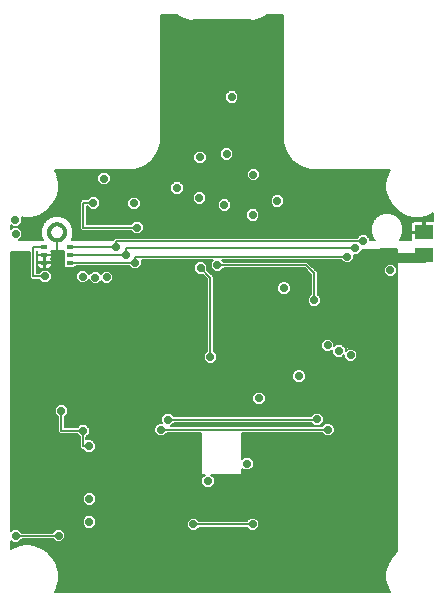
<source format=gbl>
G75*
%MOIN*%
%OFA0B0*%
%FSLAX25Y25*%
%IPPOS*%
%LPD*%
%AMOC8*
5,1,8,0,0,1.08239X$1,22.5*
%
%ADD10R,0.05906X0.05118*%
%ADD11R,0.02362X0.01575*%
%ADD12C,0.01181*%
%ADD13R,0.00394X0.00394*%
%ADD14C,0.00500*%
%ADD15C,0.02800*%
%ADD16C,0.02780*%
%ADD17C,0.00600*%
%ADD18C,0.03200*%
%ADD19C,0.02900*%
D10*
X0142233Y0117094D03*
X0142233Y0124575D03*
D11*
X0024232Y0119559D03*
X0024232Y0117000D03*
X0024232Y0114441D03*
X0015768Y0114441D03*
X0015768Y0117000D03*
X0015768Y0119559D03*
D12*
X0017343Y0124579D02*
X0017345Y0124682D01*
X0017351Y0124785D01*
X0017361Y0124887D01*
X0017375Y0124990D01*
X0017393Y0125091D01*
X0017415Y0125192D01*
X0017440Y0125292D01*
X0017470Y0125390D01*
X0017503Y0125488D01*
X0017540Y0125584D01*
X0017581Y0125678D01*
X0017626Y0125771D01*
X0017674Y0125863D01*
X0017725Y0125952D01*
X0017780Y0126039D01*
X0017838Y0126124D01*
X0017900Y0126207D01*
X0017965Y0126287D01*
X0018032Y0126365D01*
X0018103Y0126439D01*
X0018177Y0126512D01*
X0018253Y0126581D01*
X0018332Y0126647D01*
X0018413Y0126710D01*
X0018497Y0126770D01*
X0018583Y0126827D01*
X0018671Y0126880D01*
X0018762Y0126930D01*
X0018854Y0126976D01*
X0018948Y0127019D01*
X0019043Y0127058D01*
X0019140Y0127093D01*
X0019238Y0127124D01*
X0019337Y0127152D01*
X0019438Y0127176D01*
X0019539Y0127196D01*
X0019640Y0127212D01*
X0019743Y0127224D01*
X0019846Y0127232D01*
X0019948Y0127236D01*
X0020052Y0127236D01*
X0020154Y0127232D01*
X0020257Y0127224D01*
X0020360Y0127212D01*
X0020461Y0127196D01*
X0020562Y0127176D01*
X0020663Y0127152D01*
X0020762Y0127124D01*
X0020860Y0127093D01*
X0020957Y0127058D01*
X0021052Y0127019D01*
X0021146Y0126976D01*
X0021238Y0126930D01*
X0021328Y0126880D01*
X0021417Y0126827D01*
X0021503Y0126770D01*
X0021587Y0126710D01*
X0021668Y0126647D01*
X0021747Y0126581D01*
X0021823Y0126512D01*
X0021897Y0126439D01*
X0021968Y0126365D01*
X0022035Y0126287D01*
X0022100Y0126207D01*
X0022162Y0126124D01*
X0022220Y0126039D01*
X0022275Y0125952D01*
X0022326Y0125863D01*
X0022374Y0125771D01*
X0022419Y0125678D01*
X0022460Y0125584D01*
X0022497Y0125488D01*
X0022530Y0125390D01*
X0022560Y0125292D01*
X0022585Y0125192D01*
X0022607Y0125091D01*
X0022625Y0124990D01*
X0022639Y0124887D01*
X0022649Y0124785D01*
X0022655Y0124682D01*
X0022657Y0124579D01*
X0022655Y0124476D01*
X0022649Y0124373D01*
X0022639Y0124271D01*
X0022625Y0124168D01*
X0022607Y0124067D01*
X0022585Y0123966D01*
X0022560Y0123866D01*
X0022530Y0123768D01*
X0022497Y0123670D01*
X0022460Y0123574D01*
X0022419Y0123480D01*
X0022374Y0123387D01*
X0022326Y0123295D01*
X0022275Y0123206D01*
X0022220Y0123119D01*
X0022162Y0123034D01*
X0022100Y0122951D01*
X0022035Y0122871D01*
X0021968Y0122793D01*
X0021897Y0122719D01*
X0021823Y0122646D01*
X0021747Y0122577D01*
X0021668Y0122511D01*
X0021587Y0122448D01*
X0021503Y0122388D01*
X0021417Y0122331D01*
X0021329Y0122278D01*
X0021238Y0122228D01*
X0021146Y0122182D01*
X0021052Y0122139D01*
X0020957Y0122100D01*
X0020860Y0122065D01*
X0020762Y0122034D01*
X0020663Y0122006D01*
X0020562Y0121982D01*
X0020461Y0121962D01*
X0020360Y0121946D01*
X0020257Y0121934D01*
X0020154Y0121926D01*
X0020052Y0121922D01*
X0019948Y0121922D01*
X0019846Y0121926D01*
X0019743Y0121934D01*
X0019640Y0121946D01*
X0019539Y0121962D01*
X0019438Y0121982D01*
X0019337Y0122006D01*
X0019238Y0122034D01*
X0019140Y0122065D01*
X0019043Y0122100D01*
X0018948Y0122139D01*
X0018854Y0122182D01*
X0018762Y0122228D01*
X0018672Y0122278D01*
X0018583Y0122331D01*
X0018497Y0122388D01*
X0018413Y0122448D01*
X0018332Y0122511D01*
X0018253Y0122577D01*
X0018177Y0122646D01*
X0018103Y0122719D01*
X0018032Y0122793D01*
X0017965Y0122871D01*
X0017900Y0122951D01*
X0017838Y0123034D01*
X0017780Y0123119D01*
X0017725Y0123206D01*
X0017674Y0123295D01*
X0017626Y0123387D01*
X0017581Y0123480D01*
X0017540Y0123574D01*
X0017503Y0123670D01*
X0017470Y0123768D01*
X0017440Y0123866D01*
X0017415Y0123966D01*
X0017393Y0124067D01*
X0017375Y0124168D01*
X0017361Y0124271D01*
X0017351Y0124373D01*
X0017345Y0124476D01*
X0017343Y0124579D01*
D13*
X0020000Y0127236D03*
X0020000Y0121724D03*
X0017244Y0124480D03*
X0022756Y0124874D03*
D14*
X0015768Y0117000D02*
X0015768Y0114441D01*
X0107980Y0100942D02*
X0107980Y0102806D01*
X0106880Y0103906D01*
X0106880Y0111405D01*
X0104124Y0114161D01*
X0103451Y0114835D01*
X0075479Y0114835D01*
X0075015Y0115299D01*
X0114770Y0115299D01*
X0115860Y0114209D01*
X0117715Y0114209D01*
X0119027Y0115521D01*
X0119027Y0117099D01*
X0120310Y0117099D01*
X0121622Y0118411D01*
X0121622Y0118828D01*
X0133465Y0118898D01*
X0133465Y0018383D01*
X0131559Y0016477D01*
X0130170Y0014072D01*
X0129451Y0011389D01*
X0129451Y0008611D01*
X0130170Y0005928D01*
X0130850Y0004750D01*
X0019150Y0004750D01*
X0019830Y0005928D01*
X0020549Y0008611D01*
X0020549Y0011389D01*
X0019830Y0014072D01*
X0018441Y0016477D01*
X0016477Y0018441D01*
X0014072Y0019830D01*
X0011389Y0020549D01*
X0008611Y0020549D01*
X0005928Y0019830D01*
X0004750Y0019150D01*
X0004750Y0021624D01*
X0005257Y0021117D01*
X0007113Y0021117D01*
X0008203Y0022207D01*
X0018625Y0022207D01*
X0019572Y0021260D01*
X0021428Y0021260D01*
X0022740Y0022572D01*
X0022740Y0024428D01*
X0021428Y0025740D01*
X0019572Y0025740D01*
X0018339Y0024507D01*
X0008203Y0024507D01*
X0007113Y0025597D01*
X0005257Y0025597D01*
X0004750Y0025090D01*
X0004750Y0118138D01*
X0010952Y0118175D01*
X0010952Y0109433D01*
X0011626Y0108759D01*
X0013951Y0108759D01*
X0015041Y0107669D01*
X0016896Y0107669D01*
X0018208Y0108982D01*
X0018208Y0110837D01*
X0016896Y0112149D01*
X0015041Y0112149D01*
X0013951Y0111059D01*
X0013252Y0111059D01*
X0013252Y0118188D01*
X0013400Y0118189D01*
X0013337Y0117952D01*
X0013337Y0117144D01*
X0015624Y0117144D01*
X0015624Y0116856D01*
X0013337Y0116856D01*
X0013337Y0116048D01*
X0013422Y0115730D01*
X0013427Y0115720D01*
X0013422Y0115711D01*
X0013337Y0115393D01*
X0013337Y0114585D01*
X0015624Y0114585D01*
X0015624Y0114297D01*
X0013337Y0114297D01*
X0013337Y0113489D01*
X0013422Y0113171D01*
X0013586Y0112886D01*
X0013819Y0112653D01*
X0014104Y0112489D01*
X0014422Y0112404D01*
X0015624Y0112404D01*
X0015624Y0114297D01*
X0015911Y0114297D01*
X0015911Y0112404D01*
X0017113Y0112404D01*
X0017431Y0112489D01*
X0017716Y0112653D01*
X0017949Y0112886D01*
X0018114Y0113171D01*
X0018199Y0113489D01*
X0018199Y0114297D01*
X0015911Y0114297D01*
X0015911Y0114585D01*
X0018199Y0114585D01*
X0018199Y0115393D01*
X0018114Y0115711D01*
X0018108Y0115720D01*
X0018114Y0115730D01*
X0018199Y0116048D01*
X0018199Y0116856D01*
X0015911Y0116856D01*
X0015911Y0117144D01*
X0018199Y0117144D01*
X0018199Y0117952D01*
X0018128Y0118217D01*
X0022304Y0118242D01*
X0022201Y0118139D01*
X0022201Y0115861D01*
X0022341Y0115720D01*
X0022201Y0115580D01*
X0022201Y0113301D01*
X0022699Y0112804D01*
X0025765Y0112804D01*
X0026253Y0113291D01*
X0044085Y0113291D01*
X0045127Y0112248D01*
X0046983Y0112248D01*
X0048295Y0113560D01*
X0048295Y0115299D01*
X0071879Y0115299D01*
X0071197Y0114617D01*
X0071197Y0112753D01*
X0072515Y0111435D01*
X0074379Y0111435D01*
X0075479Y0112535D01*
X0102498Y0112535D01*
X0104580Y0110453D01*
X0104580Y0103906D01*
X0103480Y0102806D01*
X0103480Y0100942D01*
X0104798Y0099624D01*
X0106662Y0099624D01*
X0107980Y0100942D01*
X0038775Y0108604D02*
X0038775Y0110459D01*
X0037463Y0111771D01*
X0035608Y0111771D01*
X0034624Y0110788D01*
X0033676Y0111736D01*
X0031820Y0111736D01*
X0030783Y0110699D01*
X0030783Y0110770D01*
X0029471Y0112083D01*
X0027615Y0112083D01*
X0026303Y0110770D01*
X0026303Y0108915D01*
X0027615Y0107603D01*
X0029471Y0107603D01*
X0030508Y0108639D01*
X0030508Y0108568D01*
X0031820Y0107256D01*
X0033676Y0107256D01*
X0034659Y0108240D01*
X0035608Y0107291D01*
X0037463Y0107291D01*
X0038775Y0108604D01*
X0133346Y0110950D02*
X0133346Y0112806D01*
X0132034Y0114118D01*
X0130178Y0114118D01*
X0128866Y0112806D01*
X0128866Y0110950D01*
X0130178Y0109638D01*
X0132034Y0109638D01*
X0133346Y0110950D01*
X0066361Y0029441D02*
X0064505Y0029441D01*
X0063193Y0028129D01*
X0063193Y0026273D01*
X0064505Y0024961D01*
X0066361Y0024961D01*
X0067451Y0026051D01*
X0083226Y0026051D01*
X0084249Y0025028D01*
X0086105Y0025028D01*
X0087417Y0026340D01*
X0087417Y0028196D01*
X0086105Y0029508D01*
X0084249Y0029508D01*
X0083092Y0028351D01*
X0067451Y0028351D01*
X0066361Y0029441D01*
X0053734Y0061067D02*
X0052421Y0059755D01*
X0052421Y0057899D01*
X0053734Y0056587D01*
X0055589Y0056587D01*
X0056679Y0057677D01*
X0067953Y0057677D01*
X0067860Y0057584D01*
X0067860Y0043991D01*
X0068007Y0043844D01*
X0069248Y0043844D01*
X0068075Y0042672D01*
X0068075Y0040816D01*
X0069387Y0039504D01*
X0071243Y0039504D01*
X0072555Y0040816D01*
X0072555Y0042672D01*
X0071382Y0043844D01*
X0081600Y0043844D01*
X0081746Y0043991D01*
X0081746Y0045842D01*
X0082387Y0045201D01*
X0084243Y0045201D01*
X0085555Y0046513D01*
X0085555Y0048369D01*
X0084243Y0049681D01*
X0082387Y0049681D01*
X0081746Y0049040D01*
X0081746Y0057584D01*
X0081653Y0057677D01*
X0108211Y0057677D01*
X0109328Y0056559D01*
X0111184Y0056559D01*
X0112496Y0057871D01*
X0112496Y0059727D01*
X0111184Y0061039D01*
X0109328Y0061039D01*
X0108266Y0059977D01*
X0057971Y0059977D01*
X0059022Y0061027D01*
X0104726Y0061027D01*
X0105730Y0060024D01*
X0107585Y0060024D01*
X0108897Y0061336D01*
X0108897Y0063192D01*
X0107585Y0064504D01*
X0105730Y0064504D01*
X0104553Y0063327D01*
X0059022Y0063327D01*
X0057932Y0064417D01*
X0056076Y0064417D01*
X0054764Y0063105D01*
X0054764Y0061249D01*
X0054947Y0061067D01*
X0053734Y0061067D01*
X0029792Y0056403D02*
X0030882Y0057493D01*
X0030882Y0059349D01*
X0029570Y0060661D01*
X0027714Y0060661D01*
X0026624Y0059571D01*
X0022567Y0059571D01*
X0022567Y0063045D01*
X0023657Y0064135D01*
X0023657Y0065991D01*
X0022345Y0067303D01*
X0020489Y0067303D01*
X0019177Y0065991D01*
X0019177Y0064135D01*
X0020267Y0063045D01*
X0020267Y0057945D01*
X0020941Y0057271D01*
X0026624Y0057271D01*
X0027492Y0056403D01*
X0027492Y0052819D01*
X0028165Y0052145D01*
X0028612Y0052145D01*
X0029702Y0051055D01*
X0031558Y0051055D01*
X0032870Y0052367D01*
X0032870Y0054223D01*
X0031558Y0055535D01*
X0029792Y0055535D01*
X0029792Y0056403D01*
X0120067Y0082671D02*
X0120067Y0084526D01*
X0118755Y0085838D01*
X0116899Y0085838D01*
X0116193Y0085132D01*
X0116193Y0086011D01*
X0114881Y0087323D01*
X0113025Y0087323D01*
X0112390Y0086687D01*
X0112390Y0087845D01*
X0111077Y0089157D01*
X0109222Y0089157D01*
X0107910Y0087845D01*
X0107910Y0085989D01*
X0109222Y0084677D01*
X0111077Y0084677D01*
X0111713Y0085313D01*
X0111713Y0084155D01*
X0113025Y0082843D01*
X0114881Y0082843D01*
X0115587Y0083549D01*
X0115587Y0082671D01*
X0116899Y0081358D01*
X0118755Y0081358D01*
X0120067Y0082671D01*
X0073335Y0082044D02*
X0073335Y0083908D01*
X0072235Y0085008D01*
X0072235Y0109866D01*
X0070113Y0111988D01*
X0070113Y0113614D01*
X0068766Y0114961D01*
X0066861Y0114961D01*
X0065513Y0113614D01*
X0065513Y0111709D01*
X0066861Y0110361D01*
X0068487Y0110361D01*
X0069935Y0108914D01*
X0069935Y0085008D01*
X0068835Y0083908D01*
X0068835Y0082044D01*
X0070153Y0080726D01*
X0072017Y0080726D01*
X0073335Y0082044D01*
X0089476Y0068265D02*
X0089476Y0070129D01*
X0088158Y0071447D01*
X0086294Y0071447D01*
X0084976Y0070129D01*
X0084976Y0068265D01*
X0086294Y0066947D01*
X0088158Y0066947D01*
X0089476Y0068265D01*
X0102862Y0075745D02*
X0102862Y0077609D01*
X0101544Y0078927D01*
X0099680Y0078927D01*
X0098362Y0077609D01*
X0098362Y0075745D01*
X0099680Y0074427D01*
X0101544Y0074427D01*
X0102862Y0075745D01*
X0097902Y0105155D02*
X0097902Y0107019D01*
X0096584Y0108337D01*
X0094720Y0108337D01*
X0093402Y0107019D01*
X0093402Y0105155D01*
X0094720Y0103837D01*
X0096584Y0103837D01*
X0097902Y0105155D01*
X0032957Y0027096D02*
X0032957Y0028951D01*
X0031644Y0030264D01*
X0029789Y0030264D01*
X0028477Y0028951D01*
X0028477Y0027096D01*
X0029789Y0025784D01*
X0031644Y0025784D01*
X0032957Y0027096D01*
X0032984Y0034757D02*
X0032984Y0036613D01*
X0031672Y0037925D01*
X0029816Y0037925D01*
X0028504Y0036613D01*
X0028504Y0034757D01*
X0029816Y0033445D01*
X0031672Y0033445D01*
X0032984Y0034757D01*
X0015911Y0114963D02*
X0015911Y0114585D01*
X0015624Y0114585D01*
X0015624Y0116856D01*
X0015911Y0116856D01*
X0015911Y0114963D01*
X0019286Y0004985D02*
X0130714Y0004985D01*
X0130426Y0005484D02*
X0019574Y0005484D01*
X0019845Y0005982D02*
X0130155Y0005982D01*
X0130022Y0006481D02*
X0019978Y0006481D01*
X0020112Y0006979D02*
X0129888Y0006979D01*
X0129755Y0007478D02*
X0020245Y0007478D01*
X0020379Y0007976D02*
X0129621Y0007976D01*
X0129487Y0008475D02*
X0020513Y0008475D01*
X0020549Y0008973D02*
X0129451Y0008973D01*
X0129451Y0009472D02*
X0020549Y0009472D01*
X0020549Y0009970D02*
X0129451Y0009970D01*
X0129451Y0010469D02*
X0020549Y0010469D01*
X0020549Y0010967D02*
X0129451Y0010967D01*
X0129471Y0011466D02*
X0020529Y0011466D01*
X0020395Y0011964D02*
X0129605Y0011964D01*
X0129739Y0012463D02*
X0020261Y0012463D01*
X0020128Y0012961D02*
X0129872Y0012961D01*
X0130006Y0013460D02*
X0019994Y0013460D01*
X0019861Y0013958D02*
X0130139Y0013958D01*
X0130392Y0014457D02*
X0019608Y0014457D01*
X0019320Y0014955D02*
X0130680Y0014955D01*
X0130968Y0015454D02*
X0019032Y0015454D01*
X0018745Y0015952D02*
X0131255Y0015952D01*
X0131543Y0016451D02*
X0018457Y0016451D01*
X0017969Y0016949D02*
X0132031Y0016949D01*
X0132529Y0017448D02*
X0017471Y0017448D01*
X0016972Y0017946D02*
X0133028Y0017946D01*
X0133465Y0018445D02*
X0016471Y0018445D01*
X0015608Y0018943D02*
X0133465Y0018943D01*
X0005256Y0019442D02*
X0004750Y0019442D01*
X0014744Y0019442D02*
X0133465Y0019442D01*
X0006339Y0019940D02*
X0004750Y0019940D01*
X0013661Y0019940D02*
X0133465Y0019940D01*
X0008200Y0020439D02*
X0004750Y0020439D01*
X0011800Y0020439D02*
X0133465Y0020439D01*
X0133465Y0020937D02*
X0004750Y0020937D01*
X0004750Y0021436D02*
X0004938Y0021436D01*
X0007432Y0021436D02*
X0019396Y0021436D01*
X0021604Y0021436D02*
X0133465Y0021436D01*
X0018898Y0021934D02*
X0007930Y0021934D01*
X0022102Y0021934D02*
X0133465Y0021934D01*
X0133465Y0022433D02*
X0022601Y0022433D01*
X0022740Y0022932D02*
X0133465Y0022932D01*
X0133465Y0023430D02*
X0022740Y0023430D01*
X0022740Y0023929D02*
X0133465Y0023929D01*
X0133465Y0024427D02*
X0022740Y0024427D01*
X0018758Y0024926D02*
X0007784Y0024926D01*
X0022242Y0024926D02*
X0133465Y0024926D01*
X0005084Y0025424D02*
X0004750Y0025424D01*
X0007286Y0025424D02*
X0019256Y0025424D01*
X0021744Y0025424D02*
X0064042Y0025424D01*
X0066824Y0025424D02*
X0083853Y0025424D01*
X0086501Y0025424D02*
X0133465Y0025424D01*
X0029650Y0025923D02*
X0004750Y0025923D01*
X0031783Y0025923D02*
X0063543Y0025923D01*
X0067323Y0025923D02*
X0083354Y0025923D01*
X0087000Y0025923D02*
X0133465Y0025923D01*
X0029151Y0026421D02*
X0004750Y0026421D01*
X0032282Y0026421D02*
X0063193Y0026421D01*
X0087417Y0026421D02*
X0133465Y0026421D01*
X0028653Y0026920D02*
X0004750Y0026920D01*
X0032780Y0026920D02*
X0063193Y0026920D01*
X0087417Y0026920D02*
X0133465Y0026920D01*
X0028477Y0027418D02*
X0004750Y0027418D01*
X0032957Y0027418D02*
X0063193Y0027418D01*
X0087417Y0027418D02*
X0133465Y0027418D01*
X0028477Y0027917D02*
X0004750Y0027917D01*
X0032957Y0027917D02*
X0063193Y0027917D01*
X0087417Y0027917D02*
X0133465Y0027917D01*
X0028477Y0028415D02*
X0004750Y0028415D01*
X0032957Y0028415D02*
X0063480Y0028415D01*
X0067387Y0028415D02*
X0083157Y0028415D01*
X0087198Y0028415D02*
X0133465Y0028415D01*
X0028477Y0028914D02*
X0004750Y0028914D01*
X0032957Y0028914D02*
X0063978Y0028914D01*
X0066888Y0028914D02*
X0083655Y0028914D01*
X0086699Y0028914D02*
X0133465Y0028914D01*
X0028937Y0029412D02*
X0004750Y0029412D01*
X0032496Y0029412D02*
X0064477Y0029412D01*
X0066390Y0029412D02*
X0084154Y0029412D01*
X0086201Y0029412D02*
X0133465Y0029412D01*
X0029436Y0029911D02*
X0004750Y0029911D01*
X0031997Y0029911D02*
X0133465Y0029911D01*
X0133465Y0030409D02*
X0004750Y0030409D01*
X0004750Y0030908D02*
X0133465Y0030908D01*
X0133465Y0031406D02*
X0004750Y0031406D01*
X0004750Y0031905D02*
X0133465Y0031905D01*
X0133465Y0032403D02*
X0004750Y0032403D01*
X0004750Y0032902D02*
X0133465Y0032902D01*
X0133465Y0033400D02*
X0004750Y0033400D01*
X0004750Y0033899D02*
X0029363Y0033899D01*
X0032126Y0033899D02*
X0133465Y0033899D01*
X0028864Y0034397D02*
X0004750Y0034397D01*
X0032624Y0034397D02*
X0133465Y0034397D01*
X0028504Y0034896D02*
X0004750Y0034896D01*
X0032984Y0034896D02*
X0133465Y0034896D01*
X0028504Y0035394D02*
X0004750Y0035394D01*
X0032984Y0035394D02*
X0133465Y0035394D01*
X0028504Y0035893D02*
X0004750Y0035893D01*
X0032984Y0035893D02*
X0133465Y0035893D01*
X0028504Y0036391D02*
X0004750Y0036391D01*
X0032984Y0036391D02*
X0133465Y0036391D01*
X0028781Y0036890D02*
X0004750Y0036890D01*
X0032707Y0036890D02*
X0133465Y0036890D01*
X0029280Y0037388D02*
X0004750Y0037388D01*
X0032209Y0037388D02*
X0133465Y0037388D01*
X0029778Y0037887D02*
X0004750Y0037887D01*
X0031710Y0037887D02*
X0133465Y0037887D01*
X0133465Y0038385D02*
X0004750Y0038385D01*
X0004750Y0038884D02*
X0133465Y0038884D01*
X0133465Y0039382D02*
X0004750Y0039382D01*
X0004750Y0039881D02*
X0069010Y0039881D01*
X0071620Y0039881D02*
X0133465Y0039881D01*
X0068512Y0040379D02*
X0004750Y0040379D01*
X0072118Y0040379D02*
X0133465Y0040379D01*
X0068075Y0040878D02*
X0004750Y0040878D01*
X0072555Y0040878D02*
X0133465Y0040878D01*
X0068075Y0041376D02*
X0004750Y0041376D01*
X0072555Y0041376D02*
X0133465Y0041376D01*
X0068075Y0041875D02*
X0004750Y0041875D01*
X0072555Y0041875D02*
X0133465Y0041875D01*
X0068075Y0042373D02*
X0004750Y0042373D01*
X0072555Y0042373D02*
X0133465Y0042373D01*
X0068275Y0042872D02*
X0004750Y0042872D01*
X0072355Y0042872D02*
X0133465Y0042872D01*
X0068774Y0043370D02*
X0004750Y0043370D01*
X0071856Y0043370D02*
X0133465Y0043370D01*
X0067982Y0043869D02*
X0004750Y0043869D01*
X0081624Y0043869D02*
X0133465Y0043869D01*
X0067860Y0044368D02*
X0004750Y0044368D01*
X0081746Y0044368D02*
X0133465Y0044368D01*
X0067860Y0044866D02*
X0004750Y0044866D01*
X0081746Y0044866D02*
X0133465Y0044866D01*
X0067860Y0045365D02*
X0004750Y0045365D01*
X0081746Y0045365D02*
X0082224Y0045365D01*
X0084406Y0045365D02*
X0133465Y0045365D01*
X0067860Y0045863D02*
X0004750Y0045863D01*
X0084905Y0045863D02*
X0133465Y0045863D01*
X0067860Y0046362D02*
X0004750Y0046362D01*
X0085403Y0046362D02*
X0133465Y0046362D01*
X0067860Y0046860D02*
X0004750Y0046860D01*
X0085555Y0046860D02*
X0133465Y0046860D01*
X0067860Y0047359D02*
X0004750Y0047359D01*
X0085555Y0047359D02*
X0133465Y0047359D01*
X0067860Y0047857D02*
X0004750Y0047857D01*
X0085555Y0047857D02*
X0133465Y0047857D01*
X0067860Y0048356D02*
X0004750Y0048356D01*
X0085555Y0048356D02*
X0133465Y0048356D01*
X0067860Y0048854D02*
X0004750Y0048854D01*
X0085070Y0048854D02*
X0133465Y0048854D01*
X0067860Y0049353D02*
X0004750Y0049353D01*
X0081746Y0049353D02*
X0082059Y0049353D01*
X0084571Y0049353D02*
X0133465Y0049353D01*
X0067860Y0049851D02*
X0004750Y0049851D01*
X0081746Y0049851D02*
X0133465Y0049851D01*
X0067860Y0050350D02*
X0004750Y0050350D01*
X0081746Y0050350D02*
X0133465Y0050350D01*
X0067860Y0050848D02*
X0004750Y0050848D01*
X0081746Y0050848D02*
X0133465Y0050848D01*
X0029411Y0051347D02*
X0004750Y0051347D01*
X0031849Y0051347D02*
X0067860Y0051347D01*
X0081746Y0051347D02*
X0133465Y0051347D01*
X0028912Y0051845D02*
X0004750Y0051845D01*
X0032348Y0051845D02*
X0067860Y0051845D01*
X0081746Y0051845D02*
X0133465Y0051845D01*
X0027967Y0052344D02*
X0004750Y0052344D01*
X0032846Y0052344D02*
X0067860Y0052344D01*
X0081746Y0052344D02*
X0133465Y0052344D01*
X0027492Y0052842D02*
X0004750Y0052842D01*
X0032870Y0052842D02*
X0067860Y0052842D01*
X0081746Y0052842D02*
X0133465Y0052842D01*
X0027492Y0053341D02*
X0004750Y0053341D01*
X0032870Y0053341D02*
X0067860Y0053341D01*
X0081746Y0053341D02*
X0133465Y0053341D01*
X0027492Y0053839D02*
X0004750Y0053839D01*
X0032870Y0053839D02*
X0067860Y0053839D01*
X0081746Y0053839D02*
X0133465Y0053839D01*
X0027492Y0054338D02*
X0004750Y0054338D01*
X0032755Y0054338D02*
X0067860Y0054338D01*
X0081746Y0054338D02*
X0133465Y0054338D01*
X0027492Y0054836D02*
X0004750Y0054836D01*
X0032257Y0054836D02*
X0067860Y0054836D01*
X0081746Y0054836D02*
X0133465Y0054836D01*
X0027492Y0055335D02*
X0004750Y0055335D01*
X0031758Y0055335D02*
X0067860Y0055335D01*
X0081746Y0055335D02*
X0133465Y0055335D01*
X0027492Y0055833D02*
X0004750Y0055833D01*
X0029792Y0055833D02*
X0067860Y0055833D01*
X0081746Y0055833D02*
X0133465Y0055833D01*
X0027492Y0056332D02*
X0004750Y0056332D01*
X0029792Y0056332D02*
X0067860Y0056332D01*
X0081746Y0056332D02*
X0133465Y0056332D01*
X0027065Y0056830D02*
X0004750Y0056830D01*
X0030219Y0056830D02*
X0053490Y0056830D01*
X0055833Y0056830D02*
X0067860Y0056830D01*
X0081746Y0056830D02*
X0109057Y0056830D01*
X0111455Y0056830D02*
X0133465Y0056830D01*
X0020883Y0057329D02*
X0004750Y0057329D01*
X0030717Y0057329D02*
X0052992Y0057329D01*
X0056331Y0057329D02*
X0067860Y0057329D01*
X0081746Y0057329D02*
X0108558Y0057329D01*
X0111953Y0057329D02*
X0133465Y0057329D01*
X0020385Y0057827D02*
X0004750Y0057827D01*
X0030882Y0057827D02*
X0052493Y0057827D01*
X0112452Y0057827D02*
X0133465Y0057827D01*
X0020267Y0058326D02*
X0004750Y0058326D01*
X0030882Y0058326D02*
X0052421Y0058326D01*
X0112496Y0058326D02*
X0133465Y0058326D01*
X0020267Y0058824D02*
X0004750Y0058824D01*
X0030882Y0058824D02*
X0052421Y0058824D01*
X0112496Y0058824D02*
X0133465Y0058824D01*
X0020267Y0059323D02*
X0004750Y0059323D01*
X0030882Y0059323D02*
X0052421Y0059323D01*
X0112496Y0059323D02*
X0133465Y0059323D01*
X0020267Y0059821D02*
X0004750Y0059821D01*
X0022567Y0059821D02*
X0026874Y0059821D01*
X0030409Y0059821D02*
X0052488Y0059821D01*
X0112402Y0059821D02*
X0133465Y0059821D01*
X0020267Y0060320D02*
X0004750Y0060320D01*
X0022567Y0060320D02*
X0027373Y0060320D01*
X0029911Y0060320D02*
X0052987Y0060320D01*
X0058314Y0060320D02*
X0105434Y0060320D01*
X0107881Y0060320D02*
X0108609Y0060320D01*
X0111903Y0060320D02*
X0133465Y0060320D01*
X0020267Y0060818D02*
X0004750Y0060818D01*
X0022567Y0060818D02*
X0053485Y0060818D01*
X0058813Y0060818D02*
X0104935Y0060818D01*
X0108380Y0060818D02*
X0109107Y0060818D01*
X0111405Y0060818D02*
X0133465Y0060818D01*
X0020267Y0061317D02*
X0004750Y0061317D01*
X0022567Y0061317D02*
X0054764Y0061317D01*
X0108878Y0061317D02*
X0133465Y0061317D01*
X0020267Y0061815D02*
X0004750Y0061815D01*
X0022567Y0061815D02*
X0054764Y0061815D01*
X0108897Y0061815D02*
X0133465Y0061815D01*
X0020267Y0062314D02*
X0004750Y0062314D01*
X0022567Y0062314D02*
X0054764Y0062314D01*
X0108897Y0062314D02*
X0133465Y0062314D01*
X0020267Y0062812D02*
X0004750Y0062812D01*
X0022567Y0062812D02*
X0054764Y0062812D01*
X0108897Y0062812D02*
X0133465Y0062812D01*
X0020002Y0063311D02*
X0004750Y0063311D01*
X0022833Y0063311D02*
X0054970Y0063311D01*
X0108778Y0063311D02*
X0133465Y0063311D01*
X0019503Y0063809D02*
X0004750Y0063809D01*
X0023332Y0063809D02*
X0055468Y0063809D01*
X0058539Y0063809D02*
X0105035Y0063809D01*
X0108280Y0063809D02*
X0133465Y0063809D01*
X0019177Y0064308D02*
X0004750Y0064308D01*
X0023657Y0064308D02*
X0055967Y0064308D01*
X0058041Y0064308D02*
X0105534Y0064308D01*
X0107781Y0064308D02*
X0133465Y0064308D01*
X0019177Y0064806D02*
X0004750Y0064806D01*
X0023657Y0064806D02*
X0133465Y0064806D01*
X0019177Y0065305D02*
X0004750Y0065305D01*
X0023657Y0065305D02*
X0133465Y0065305D01*
X0019177Y0065803D02*
X0004750Y0065803D01*
X0023657Y0065803D02*
X0133465Y0065803D01*
X0019489Y0066302D02*
X0004750Y0066302D01*
X0023346Y0066302D02*
X0133465Y0066302D01*
X0019987Y0066801D02*
X0004750Y0066801D01*
X0022848Y0066801D02*
X0133465Y0066801D01*
X0020486Y0067299D02*
X0004750Y0067299D01*
X0022349Y0067299D02*
X0085942Y0067299D01*
X0088511Y0067299D02*
X0133465Y0067299D01*
X0085444Y0067798D02*
X0004750Y0067798D01*
X0089009Y0067798D02*
X0133465Y0067798D01*
X0084976Y0068296D02*
X0004750Y0068296D01*
X0089476Y0068296D02*
X0133465Y0068296D01*
X0084976Y0068795D02*
X0004750Y0068795D01*
X0089476Y0068795D02*
X0133465Y0068795D01*
X0084976Y0069293D02*
X0004750Y0069293D01*
X0089476Y0069293D02*
X0133465Y0069293D01*
X0084976Y0069792D02*
X0004750Y0069792D01*
X0089476Y0069792D02*
X0133465Y0069792D01*
X0085138Y0070290D02*
X0004750Y0070290D01*
X0089315Y0070290D02*
X0133465Y0070290D01*
X0085636Y0070789D02*
X0004750Y0070789D01*
X0088817Y0070789D02*
X0133465Y0070789D01*
X0086135Y0071287D02*
X0004750Y0071287D01*
X0088318Y0071287D02*
X0133465Y0071287D01*
X0133465Y0071786D02*
X0004750Y0071786D01*
X0004750Y0072284D02*
X0133465Y0072284D01*
X0133465Y0072783D02*
X0004750Y0072783D01*
X0004750Y0073281D02*
X0133465Y0073281D01*
X0133465Y0073780D02*
X0004750Y0073780D01*
X0004750Y0074278D02*
X0133465Y0074278D01*
X0099331Y0074777D02*
X0004750Y0074777D01*
X0101894Y0074777D02*
X0133465Y0074777D01*
X0098832Y0075275D02*
X0004750Y0075275D01*
X0102392Y0075275D02*
X0133465Y0075275D01*
X0098362Y0075774D02*
X0004750Y0075774D01*
X0102862Y0075774D02*
X0133465Y0075774D01*
X0098362Y0076272D02*
X0004750Y0076272D01*
X0102862Y0076272D02*
X0133465Y0076272D01*
X0098362Y0076771D02*
X0004750Y0076771D01*
X0102862Y0076771D02*
X0133465Y0076771D01*
X0098362Y0077269D02*
X0004750Y0077269D01*
X0102862Y0077269D02*
X0133465Y0077269D01*
X0098521Y0077768D02*
X0004750Y0077768D01*
X0102704Y0077768D02*
X0133465Y0077768D01*
X0099019Y0078266D02*
X0004750Y0078266D01*
X0102205Y0078266D02*
X0133465Y0078266D01*
X0099518Y0078765D02*
X0004750Y0078765D01*
X0101707Y0078765D02*
X0133465Y0078765D01*
X0133465Y0079263D02*
X0004750Y0079263D01*
X0004750Y0079762D02*
X0133465Y0079762D01*
X0133465Y0080260D02*
X0004750Y0080260D01*
X0004750Y0080759D02*
X0070120Y0080759D01*
X0072049Y0080759D02*
X0133465Y0080759D01*
X0069622Y0081257D02*
X0004750Y0081257D01*
X0072548Y0081257D02*
X0133465Y0081257D01*
X0069123Y0081756D02*
X0004750Y0081756D01*
X0073046Y0081756D02*
X0116502Y0081756D01*
X0119152Y0081756D02*
X0133465Y0081756D01*
X0068835Y0082254D02*
X0004750Y0082254D01*
X0073335Y0082254D02*
X0116003Y0082254D01*
X0119651Y0082254D02*
X0133465Y0082254D01*
X0068835Y0082753D02*
X0004750Y0082753D01*
X0073335Y0082753D02*
X0115587Y0082753D01*
X0120067Y0082753D02*
X0133465Y0082753D01*
X0068835Y0083251D02*
X0004750Y0083251D01*
X0073335Y0083251D02*
X0112616Y0083251D01*
X0115289Y0083251D02*
X0115587Y0083251D01*
X0120067Y0083251D02*
X0133465Y0083251D01*
X0068835Y0083750D02*
X0004750Y0083750D01*
X0073335Y0083750D02*
X0112118Y0083750D01*
X0120067Y0083750D02*
X0133465Y0083750D01*
X0069175Y0084248D02*
X0004750Y0084248D01*
X0072995Y0084248D02*
X0111713Y0084248D01*
X0120067Y0084248D02*
X0133465Y0084248D01*
X0069673Y0084747D02*
X0004750Y0084747D01*
X0072496Y0084747D02*
X0109152Y0084747D01*
X0111147Y0084747D02*
X0111713Y0084747D01*
X0119846Y0084747D02*
X0133465Y0084747D01*
X0069935Y0085245D02*
X0004750Y0085245D01*
X0072235Y0085245D02*
X0108654Y0085245D01*
X0111646Y0085245D02*
X0111713Y0085245D01*
X0116193Y0085245D02*
X0116306Y0085245D01*
X0119348Y0085245D02*
X0133465Y0085245D01*
X0069935Y0085744D02*
X0004750Y0085744D01*
X0072235Y0085744D02*
X0108155Y0085744D01*
X0116193Y0085744D02*
X0116804Y0085744D01*
X0118849Y0085744D02*
X0133465Y0085744D01*
X0069935Y0086242D02*
X0004750Y0086242D01*
X0072235Y0086242D02*
X0107910Y0086242D01*
X0115961Y0086242D02*
X0133465Y0086242D01*
X0069935Y0086741D02*
X0004750Y0086741D01*
X0072235Y0086741D02*
X0107910Y0086741D01*
X0112390Y0086741D02*
X0112443Y0086741D01*
X0115462Y0086741D02*
X0133465Y0086741D01*
X0069935Y0087239D02*
X0004750Y0087239D01*
X0072235Y0087239D02*
X0107910Y0087239D01*
X0112390Y0087239D02*
X0112942Y0087239D01*
X0114964Y0087239D02*
X0133465Y0087239D01*
X0069935Y0087738D02*
X0004750Y0087738D01*
X0072235Y0087738D02*
X0107910Y0087738D01*
X0112390Y0087738D02*
X0133465Y0087738D01*
X0069935Y0088237D02*
X0004750Y0088237D01*
X0072235Y0088237D02*
X0108301Y0088237D01*
X0111998Y0088237D02*
X0133465Y0088237D01*
X0069935Y0088735D02*
X0004750Y0088735D01*
X0072235Y0088735D02*
X0108799Y0088735D01*
X0111500Y0088735D02*
X0133465Y0088735D01*
X0069935Y0089234D02*
X0004750Y0089234D01*
X0072235Y0089234D02*
X0133465Y0089234D01*
X0069935Y0089732D02*
X0004750Y0089732D01*
X0072235Y0089732D02*
X0133465Y0089732D01*
X0069935Y0090231D02*
X0004750Y0090231D01*
X0072235Y0090231D02*
X0133465Y0090231D01*
X0069935Y0090729D02*
X0004750Y0090729D01*
X0072235Y0090729D02*
X0133465Y0090729D01*
X0069935Y0091228D02*
X0004750Y0091228D01*
X0072235Y0091228D02*
X0133465Y0091228D01*
X0069935Y0091726D02*
X0004750Y0091726D01*
X0072235Y0091726D02*
X0133465Y0091726D01*
X0069935Y0092225D02*
X0004750Y0092225D01*
X0072235Y0092225D02*
X0133465Y0092225D01*
X0069935Y0092723D02*
X0004750Y0092723D01*
X0072235Y0092723D02*
X0133465Y0092723D01*
X0069935Y0093222D02*
X0004750Y0093222D01*
X0072235Y0093222D02*
X0133465Y0093222D01*
X0069935Y0093720D02*
X0004750Y0093720D01*
X0072235Y0093720D02*
X0133465Y0093720D01*
X0069935Y0094219D02*
X0004750Y0094219D01*
X0072235Y0094219D02*
X0133465Y0094219D01*
X0069935Y0094717D02*
X0004750Y0094717D01*
X0072235Y0094717D02*
X0133465Y0094717D01*
X0069935Y0095216D02*
X0004750Y0095216D01*
X0072235Y0095216D02*
X0133465Y0095216D01*
X0069935Y0095714D02*
X0004750Y0095714D01*
X0072235Y0095714D02*
X0133465Y0095714D01*
X0069935Y0096213D02*
X0004750Y0096213D01*
X0072235Y0096213D02*
X0133465Y0096213D01*
X0069935Y0096711D02*
X0004750Y0096711D01*
X0072235Y0096711D02*
X0133465Y0096711D01*
X0069935Y0097210D02*
X0004750Y0097210D01*
X0072235Y0097210D02*
X0133465Y0097210D01*
X0069935Y0097708D02*
X0004750Y0097708D01*
X0072235Y0097708D02*
X0133465Y0097708D01*
X0069935Y0098207D02*
X0004750Y0098207D01*
X0072235Y0098207D02*
X0133465Y0098207D01*
X0069935Y0098705D02*
X0004750Y0098705D01*
X0072235Y0098705D02*
X0133465Y0098705D01*
X0069935Y0099204D02*
X0004750Y0099204D01*
X0072235Y0099204D02*
X0133465Y0099204D01*
X0069935Y0099702D02*
X0004750Y0099702D01*
X0072235Y0099702D02*
X0104720Y0099702D01*
X0106741Y0099702D02*
X0133465Y0099702D01*
X0069935Y0100201D02*
X0004750Y0100201D01*
X0072235Y0100201D02*
X0104222Y0100201D01*
X0107239Y0100201D02*
X0133465Y0100201D01*
X0069935Y0100699D02*
X0004750Y0100699D01*
X0072235Y0100699D02*
X0103723Y0100699D01*
X0107738Y0100699D02*
X0133465Y0100699D01*
X0069935Y0101198D02*
X0004750Y0101198D01*
X0072235Y0101198D02*
X0103480Y0101198D01*
X0107980Y0101198D02*
X0133465Y0101198D01*
X0069935Y0101696D02*
X0004750Y0101696D01*
X0072235Y0101696D02*
X0103480Y0101696D01*
X0107980Y0101696D02*
X0133465Y0101696D01*
X0069935Y0102195D02*
X0004750Y0102195D01*
X0072235Y0102195D02*
X0103480Y0102195D01*
X0107980Y0102195D02*
X0133465Y0102195D01*
X0069935Y0102693D02*
X0004750Y0102693D01*
X0072235Y0102693D02*
X0103480Y0102693D01*
X0107980Y0102693D02*
X0133465Y0102693D01*
X0069935Y0103192D02*
X0004750Y0103192D01*
X0072235Y0103192D02*
X0103866Y0103192D01*
X0107594Y0103192D02*
X0133465Y0103192D01*
X0069935Y0103690D02*
X0004750Y0103690D01*
X0072235Y0103690D02*
X0104365Y0103690D01*
X0107096Y0103690D02*
X0133465Y0103690D01*
X0069935Y0104189D02*
X0004750Y0104189D01*
X0072235Y0104189D02*
X0094367Y0104189D01*
X0096936Y0104189D02*
X0104580Y0104189D01*
X0106880Y0104189D02*
X0133465Y0104189D01*
X0069935Y0104687D02*
X0004750Y0104687D01*
X0072235Y0104687D02*
X0093869Y0104687D01*
X0097434Y0104687D02*
X0104580Y0104687D01*
X0106880Y0104687D02*
X0133465Y0104687D01*
X0069935Y0105186D02*
X0004750Y0105186D01*
X0072235Y0105186D02*
X0093402Y0105186D01*
X0097902Y0105186D02*
X0104580Y0105186D01*
X0106880Y0105186D02*
X0133465Y0105186D01*
X0069935Y0105684D02*
X0004750Y0105684D01*
X0072235Y0105684D02*
X0093402Y0105684D01*
X0097902Y0105684D02*
X0104580Y0105684D01*
X0106880Y0105684D02*
X0133465Y0105684D01*
X0069935Y0106183D02*
X0004750Y0106183D01*
X0072235Y0106183D02*
X0093402Y0106183D01*
X0097902Y0106183D02*
X0104580Y0106183D01*
X0106880Y0106183D02*
X0133465Y0106183D01*
X0069935Y0106681D02*
X0004750Y0106681D01*
X0072235Y0106681D02*
X0093402Y0106681D01*
X0097902Y0106681D02*
X0104580Y0106681D01*
X0106880Y0106681D02*
X0133465Y0106681D01*
X0069935Y0107180D02*
X0004750Y0107180D01*
X0072235Y0107180D02*
X0093563Y0107180D01*
X0097740Y0107180D02*
X0104580Y0107180D01*
X0106880Y0107180D02*
X0133465Y0107180D01*
X0015032Y0107678D02*
X0004750Y0107678D01*
X0016905Y0107678D02*
X0027540Y0107678D01*
X0029547Y0107678D02*
X0031398Y0107678D01*
X0034098Y0107678D02*
X0035221Y0107678D01*
X0037850Y0107678D02*
X0069935Y0107678D01*
X0072235Y0107678D02*
X0094061Y0107678D01*
X0097242Y0107678D02*
X0104580Y0107678D01*
X0106880Y0107678D02*
X0133465Y0107678D01*
X0014533Y0108177D02*
X0004750Y0108177D01*
X0017404Y0108177D02*
X0027041Y0108177D01*
X0030046Y0108177D02*
X0030899Y0108177D01*
X0034597Y0108177D02*
X0034722Y0108177D01*
X0038349Y0108177D02*
X0069935Y0108177D01*
X0072235Y0108177D02*
X0094560Y0108177D01*
X0096743Y0108177D02*
X0104580Y0108177D01*
X0106880Y0108177D02*
X0133465Y0108177D01*
X0014035Y0108675D02*
X0004750Y0108675D01*
X0017902Y0108675D02*
X0026543Y0108675D01*
X0038775Y0108675D02*
X0069935Y0108675D01*
X0072235Y0108675D02*
X0104580Y0108675D01*
X0106880Y0108675D02*
X0133465Y0108675D01*
X0011211Y0109174D02*
X0004750Y0109174D01*
X0018208Y0109174D02*
X0026303Y0109174D01*
X0038775Y0109174D02*
X0069674Y0109174D01*
X0072235Y0109174D02*
X0104580Y0109174D01*
X0106880Y0109174D02*
X0133465Y0109174D01*
X0010952Y0109672D02*
X0004750Y0109672D01*
X0018208Y0109672D02*
X0026303Y0109672D01*
X0038775Y0109672D02*
X0069176Y0109672D01*
X0072235Y0109672D02*
X0104580Y0109672D01*
X0106880Y0109672D02*
X0130144Y0109672D01*
X0132069Y0109672D02*
X0133465Y0109672D01*
X0010952Y0110171D02*
X0004750Y0110171D01*
X0018208Y0110171D02*
X0026303Y0110171D01*
X0038775Y0110171D02*
X0068677Y0110171D01*
X0071930Y0110171D02*
X0104580Y0110171D01*
X0106880Y0110171D02*
X0129645Y0110171D01*
X0132567Y0110171D02*
X0133465Y0110171D01*
X0010952Y0110670D02*
X0004750Y0110670D01*
X0018208Y0110670D02*
X0026303Y0110670D01*
X0038565Y0110670D02*
X0066553Y0110670D01*
X0071432Y0110670D02*
X0104364Y0110670D01*
X0106880Y0110670D02*
X0129147Y0110670D01*
X0133066Y0110670D02*
X0133465Y0110670D01*
X0010952Y0111168D02*
X0004750Y0111168D01*
X0013252Y0111168D02*
X0014059Y0111168D01*
X0017878Y0111168D02*
X0026701Y0111168D01*
X0030386Y0111168D02*
X0031252Y0111168D01*
X0034244Y0111168D02*
X0035004Y0111168D01*
X0038067Y0111168D02*
X0066054Y0111168D01*
X0070933Y0111168D02*
X0103865Y0111168D01*
X0106880Y0111168D02*
X0128866Y0111168D01*
X0133346Y0111168D02*
X0133465Y0111168D01*
X0010952Y0111667D02*
X0004750Y0111667D01*
X0013252Y0111667D02*
X0014558Y0111667D01*
X0017379Y0111667D02*
X0027199Y0111667D01*
X0029887Y0111667D02*
X0031751Y0111667D01*
X0033745Y0111667D02*
X0035503Y0111667D01*
X0037568Y0111667D02*
X0065556Y0111667D01*
X0070435Y0111667D02*
X0072283Y0111667D01*
X0074610Y0111667D02*
X0103367Y0111667D01*
X0106619Y0111667D02*
X0128866Y0111667D01*
X0133346Y0111667D02*
X0133465Y0111667D01*
X0010952Y0112165D02*
X0004750Y0112165D01*
X0013252Y0112165D02*
X0065513Y0112165D01*
X0070113Y0112165D02*
X0071785Y0112165D01*
X0075109Y0112165D02*
X0102868Y0112165D01*
X0106121Y0112165D02*
X0128866Y0112165D01*
X0133346Y0112165D02*
X0133465Y0112165D01*
X0010952Y0112664D02*
X0004750Y0112664D01*
X0013252Y0112664D02*
X0013809Y0112664D01*
X0015624Y0112664D02*
X0015911Y0112664D01*
X0017727Y0112664D02*
X0044712Y0112664D01*
X0047398Y0112664D02*
X0065513Y0112664D01*
X0070113Y0112664D02*
X0071286Y0112664D01*
X0105622Y0112664D02*
X0128866Y0112664D01*
X0133346Y0112664D02*
X0133465Y0112664D01*
X0010952Y0113162D02*
X0004750Y0113162D01*
X0013252Y0113162D02*
X0013427Y0113162D01*
X0015624Y0113162D02*
X0015911Y0113162D01*
X0018108Y0113162D02*
X0022341Y0113162D01*
X0026124Y0113162D02*
X0044213Y0113162D01*
X0047897Y0113162D02*
X0065513Y0113162D01*
X0070113Y0113162D02*
X0071197Y0113162D01*
X0105124Y0113162D02*
X0129223Y0113162D01*
X0132990Y0113162D02*
X0133465Y0113162D01*
X0010952Y0113661D02*
X0004750Y0113661D01*
X0013252Y0113661D02*
X0013337Y0113661D01*
X0015624Y0113661D02*
X0015911Y0113661D01*
X0018199Y0113661D02*
X0022201Y0113661D01*
X0048295Y0113661D02*
X0065560Y0113661D01*
X0070067Y0113661D02*
X0071197Y0113661D01*
X0104625Y0113661D02*
X0129721Y0113661D01*
X0132491Y0113661D02*
X0133465Y0113661D01*
X0010952Y0114159D02*
X0004750Y0114159D01*
X0013252Y0114159D02*
X0013337Y0114159D01*
X0015624Y0114159D02*
X0015911Y0114159D01*
X0018199Y0114159D02*
X0022201Y0114159D01*
X0048295Y0114159D02*
X0066058Y0114159D01*
X0069568Y0114159D02*
X0071197Y0114159D01*
X0104127Y0114159D02*
X0133465Y0114159D01*
X0010952Y0114658D02*
X0004750Y0114658D01*
X0013252Y0114658D02*
X0013337Y0114658D01*
X0015624Y0114658D02*
X0015911Y0114658D01*
X0018199Y0114658D02*
X0022201Y0114658D01*
X0048295Y0114658D02*
X0066557Y0114658D01*
X0069070Y0114658D02*
X0071237Y0114658D01*
X0103628Y0114658D02*
X0115411Y0114658D01*
X0118164Y0114658D02*
X0133465Y0114658D01*
X0010952Y0115156D02*
X0004750Y0115156D01*
X0013252Y0115156D02*
X0013337Y0115156D01*
X0015624Y0115156D02*
X0015911Y0115156D01*
X0018199Y0115156D02*
X0022201Y0115156D01*
X0048295Y0115156D02*
X0071736Y0115156D01*
X0075158Y0115156D02*
X0114912Y0115156D01*
X0118663Y0115156D02*
X0133465Y0115156D01*
X0010952Y0115655D02*
X0004750Y0115655D01*
X0013252Y0115655D02*
X0013407Y0115655D01*
X0015624Y0115655D02*
X0015911Y0115655D01*
X0018129Y0115655D02*
X0022275Y0115655D01*
X0119027Y0115655D02*
X0133465Y0115655D01*
X0010952Y0116153D02*
X0004750Y0116153D01*
X0013252Y0116153D02*
X0013337Y0116153D01*
X0015624Y0116153D02*
X0015911Y0116153D01*
X0018199Y0116153D02*
X0022201Y0116153D01*
X0119027Y0116153D02*
X0133465Y0116153D01*
X0010952Y0116652D02*
X0004750Y0116652D01*
X0013252Y0116652D02*
X0013337Y0116652D01*
X0015624Y0116652D02*
X0015911Y0116652D01*
X0018199Y0116652D02*
X0022201Y0116652D01*
X0119027Y0116652D02*
X0133465Y0116652D01*
X0010952Y0117150D02*
X0004750Y0117150D01*
X0013252Y0117150D02*
X0013337Y0117150D01*
X0018199Y0117150D02*
X0022201Y0117150D01*
X0120361Y0117150D02*
X0133465Y0117150D01*
X0010952Y0117649D02*
X0004750Y0117649D01*
X0013252Y0117649D02*
X0013337Y0117649D01*
X0018199Y0117649D02*
X0022201Y0117649D01*
X0120860Y0117649D02*
X0133465Y0117649D01*
X0010952Y0118147D02*
X0006264Y0118147D01*
X0013252Y0118147D02*
X0013389Y0118147D01*
X0018146Y0118147D02*
X0022209Y0118147D01*
X0121358Y0118147D02*
X0133465Y0118147D01*
X0133465Y0118646D02*
X0121622Y0118646D01*
X0004750Y0126877D02*
X0005186Y0126441D01*
X0007042Y0126441D01*
X0008354Y0127753D01*
X0008354Y0129520D01*
X0008611Y0129451D01*
X0011389Y0129451D01*
X0014072Y0130170D01*
X0016477Y0131559D01*
X0018441Y0133523D01*
X0019830Y0135928D01*
X0020549Y0138611D01*
X0020549Y0141389D01*
X0019830Y0144072D01*
X0019150Y0145250D01*
X0045492Y0145250D01*
X0048806Y0146327D01*
X0048806Y0146327D01*
X0051625Y0148375D01*
X0051625Y0148375D01*
X0051625Y0148375D01*
X0053673Y0151194D01*
X0053673Y0151194D01*
X0054750Y0154508D01*
X0054750Y0196850D01*
X0060026Y0196850D01*
X0061230Y0196075D01*
X0061230Y0196075D01*
X0064717Y0195156D01*
X0064718Y0195156D01*
X0066384Y0195250D01*
X0083616Y0195250D01*
X0085282Y0195156D01*
X0088770Y0196075D01*
X0088770Y0196075D01*
X0089974Y0196850D01*
X0095250Y0196850D01*
X0095250Y0154508D01*
X0096327Y0151194D01*
X0096327Y0151194D01*
X0098375Y0148375D01*
X0098375Y0148375D01*
X0098375Y0148375D01*
X0101194Y0146327D01*
X0101194Y0146327D01*
X0104508Y0145250D01*
X0130850Y0145250D01*
X0130170Y0144072D01*
X0129451Y0141389D01*
X0129451Y0138611D01*
X0130170Y0135928D01*
X0131559Y0133523D01*
X0133523Y0131559D01*
X0135928Y0130170D01*
X0138611Y0129451D01*
X0141389Y0129451D01*
X0144072Y0130170D01*
X0145250Y0130850D01*
X0145250Y0128384D01*
X0142483Y0128384D01*
X0142483Y0124825D01*
X0141983Y0124825D01*
X0141983Y0128384D01*
X0139116Y0128384D01*
X0138798Y0128299D01*
X0138513Y0128134D01*
X0138280Y0127901D01*
X0138116Y0127616D01*
X0138030Y0127298D01*
X0138030Y0124825D01*
X0141983Y0124825D01*
X0141983Y0124325D01*
X0138030Y0124325D01*
X0138030Y0122047D01*
X0134149Y0122047D01*
X0134604Y0122502D01*
X0135431Y0124498D01*
X0135431Y0126659D01*
X0134604Y0128655D01*
X0133076Y0130183D01*
X0131080Y0131010D01*
X0128920Y0131010D01*
X0126924Y0130183D01*
X0125396Y0128655D01*
X0124569Y0126659D01*
X0124569Y0124498D01*
X0125396Y0122502D01*
X0125851Y0122047D01*
X0124256Y0122047D01*
X0124256Y0122585D01*
X0122944Y0123897D01*
X0121088Y0123897D01*
X0119998Y0122807D01*
X0039173Y0122807D01*
X0038500Y0122134D01*
X0038500Y0122047D01*
X0024830Y0122047D01*
X0025431Y0123498D01*
X0025431Y0125659D01*
X0024604Y0127655D01*
X0023076Y0129183D01*
X0021080Y0130010D01*
X0018920Y0130010D01*
X0016924Y0129183D01*
X0015396Y0127655D01*
X0014569Y0125659D01*
X0014569Y0123498D01*
X0015170Y0122047D01*
X0007341Y0122047D01*
X0008441Y0123147D01*
X0008441Y0125003D01*
X0007129Y0126315D01*
X0005273Y0126315D01*
X0004750Y0125792D01*
X0004750Y0126877D01*
X0034370Y0133438D02*
X0034370Y0135294D01*
X0033058Y0136606D01*
X0031202Y0136606D01*
X0030112Y0135516D01*
X0028220Y0135516D01*
X0027547Y0134842D01*
X0027547Y0125697D01*
X0028220Y0125023D01*
X0044663Y0125023D01*
X0045753Y0123933D01*
X0047609Y0123933D01*
X0048921Y0125245D01*
X0048921Y0127101D01*
X0047609Y0128413D01*
X0045753Y0128413D01*
X0044663Y0127323D01*
X0029847Y0127323D01*
X0029847Y0133216D01*
X0030112Y0133216D01*
X0031202Y0132126D01*
X0033058Y0132126D01*
X0034370Y0133438D01*
X0087464Y0129442D02*
X0087464Y0131298D01*
X0086152Y0132610D01*
X0084297Y0132610D01*
X0082984Y0131298D01*
X0082984Y0129442D01*
X0084297Y0128130D01*
X0086152Y0128130D01*
X0087464Y0129442D01*
X0069701Y0135115D02*
X0069701Y0136971D01*
X0068388Y0138283D01*
X0066533Y0138283D01*
X0065221Y0136971D01*
X0065221Y0135115D01*
X0066533Y0133803D01*
X0068388Y0133803D01*
X0069701Y0135115D01*
X0078775Y0149710D02*
X0078775Y0151566D01*
X0077463Y0152878D01*
X0075608Y0152878D01*
X0074295Y0151566D01*
X0074295Y0149710D01*
X0075608Y0148398D01*
X0077463Y0148398D01*
X0078775Y0149710D01*
X0095626Y0134112D02*
X0095626Y0135967D01*
X0094314Y0137279D01*
X0092458Y0137279D01*
X0091146Y0135967D01*
X0091146Y0134112D01*
X0092458Y0132799D01*
X0094314Y0132799D01*
X0095626Y0134112D01*
X0080468Y0168718D02*
X0080468Y0170573D01*
X0079156Y0171886D01*
X0077301Y0171886D01*
X0075988Y0170573D01*
X0075988Y0168718D01*
X0077301Y0167406D01*
X0079156Y0167406D01*
X0080468Y0168718D01*
X0047897Y0133297D02*
X0047897Y0135152D01*
X0046585Y0136464D01*
X0044730Y0136464D01*
X0043417Y0135152D01*
X0043417Y0133297D01*
X0044730Y0131984D01*
X0046585Y0131984D01*
X0047897Y0133297D01*
X0087708Y0142899D02*
X0087708Y0144755D01*
X0086396Y0146067D01*
X0084541Y0146067D01*
X0083229Y0144755D01*
X0083229Y0142899D01*
X0084541Y0141587D01*
X0086396Y0141587D01*
X0087708Y0142899D01*
X0069827Y0148615D02*
X0069827Y0150471D01*
X0068514Y0151783D01*
X0066659Y0151783D01*
X0065347Y0150471D01*
X0065347Y0148615D01*
X0066659Y0147303D01*
X0068514Y0147303D01*
X0069827Y0148615D01*
X0077980Y0132718D02*
X0077980Y0134573D01*
X0076668Y0135886D01*
X0074812Y0135886D01*
X0073500Y0134573D01*
X0073500Y0132718D01*
X0074812Y0131406D01*
X0076668Y0131406D01*
X0077980Y0132718D01*
X0062185Y0138375D02*
X0062185Y0140231D01*
X0060873Y0141543D01*
X0059017Y0141543D01*
X0057705Y0140231D01*
X0057705Y0138375D01*
X0059017Y0137063D01*
X0060873Y0137063D01*
X0062185Y0138375D01*
X0037894Y0141584D02*
X0037894Y0143440D01*
X0036581Y0144752D01*
X0034726Y0144752D01*
X0033414Y0143440D01*
X0033414Y0141584D01*
X0034726Y0140272D01*
X0036581Y0140272D01*
X0037894Y0141584D01*
X0015134Y0122135D02*
X0007429Y0122135D01*
X0024866Y0122135D02*
X0038501Y0122135D01*
X0124256Y0122135D02*
X0125763Y0122135D01*
X0134237Y0122135D02*
X0138030Y0122135D01*
X0014927Y0122634D02*
X0007928Y0122634D01*
X0025073Y0122634D02*
X0039000Y0122634D01*
X0124207Y0122634D02*
X0125341Y0122634D01*
X0134659Y0122634D02*
X0138030Y0122634D01*
X0014721Y0123132D02*
X0008426Y0123132D01*
X0025279Y0123132D02*
X0120323Y0123132D01*
X0123709Y0123132D02*
X0125135Y0123132D01*
X0134865Y0123132D02*
X0138030Y0123132D01*
X0014569Y0123631D02*
X0008441Y0123631D01*
X0025431Y0123631D02*
X0120821Y0123631D01*
X0123210Y0123631D02*
X0124928Y0123631D01*
X0135072Y0123631D02*
X0138030Y0123631D01*
X0014569Y0124129D02*
X0008441Y0124129D01*
X0025431Y0124129D02*
X0045557Y0124129D01*
X0047805Y0124129D02*
X0124722Y0124129D01*
X0135278Y0124129D02*
X0138030Y0124129D01*
X0014569Y0124628D02*
X0008441Y0124628D01*
X0025431Y0124628D02*
X0045059Y0124628D01*
X0048304Y0124628D02*
X0124569Y0124628D01*
X0135431Y0124628D02*
X0141983Y0124628D01*
X0014569Y0125126D02*
X0008317Y0125126D01*
X0025431Y0125126D02*
X0028117Y0125126D01*
X0048802Y0125126D02*
X0124569Y0125126D01*
X0135431Y0125126D02*
X0138030Y0125126D01*
X0141983Y0125126D02*
X0142483Y0125126D01*
X0014569Y0125625D02*
X0007819Y0125625D01*
X0025431Y0125625D02*
X0027619Y0125625D01*
X0048921Y0125625D02*
X0124569Y0125625D01*
X0135431Y0125625D02*
X0138030Y0125625D01*
X0141983Y0125625D02*
X0142483Y0125625D01*
X0005082Y0126123D02*
X0004750Y0126123D01*
X0007320Y0126123D02*
X0014761Y0126123D01*
X0025239Y0126123D02*
X0027547Y0126123D01*
X0048921Y0126123D02*
X0124569Y0126123D01*
X0135431Y0126123D02*
X0138030Y0126123D01*
X0141983Y0126123D02*
X0142483Y0126123D01*
X0005006Y0126622D02*
X0004750Y0126622D01*
X0007223Y0126622D02*
X0014968Y0126622D01*
X0025032Y0126622D02*
X0027547Y0126622D01*
X0048921Y0126622D02*
X0124569Y0126622D01*
X0135431Y0126622D02*
X0138030Y0126622D01*
X0141983Y0126622D02*
X0142483Y0126622D01*
X0015174Y0127120D02*
X0007721Y0127120D01*
X0024826Y0127120D02*
X0027547Y0127120D01*
X0048902Y0127120D02*
X0124760Y0127120D01*
X0135240Y0127120D02*
X0138030Y0127120D01*
X0141983Y0127120D02*
X0142483Y0127120D01*
X0015381Y0127619D02*
X0008220Y0127619D01*
X0024619Y0127619D02*
X0027547Y0127619D01*
X0029847Y0127619D02*
X0044959Y0127619D01*
X0048403Y0127619D02*
X0124966Y0127619D01*
X0135034Y0127619D02*
X0138117Y0127619D01*
X0141983Y0127619D02*
X0142483Y0127619D01*
X0015858Y0128117D02*
X0008354Y0128117D01*
X0024142Y0128117D02*
X0027547Y0128117D01*
X0029847Y0128117D02*
X0045457Y0128117D01*
X0047905Y0128117D02*
X0125173Y0128117D01*
X0134827Y0128117D02*
X0138496Y0128117D01*
X0141983Y0128117D02*
X0142483Y0128117D01*
X0016356Y0128616D02*
X0008354Y0128616D01*
X0023644Y0128616D02*
X0027547Y0128616D01*
X0029847Y0128616D02*
X0083811Y0128616D01*
X0086638Y0128616D02*
X0125379Y0128616D01*
X0134621Y0128616D02*
X0145250Y0128616D01*
X0016855Y0129114D02*
X0008354Y0129114D01*
X0023145Y0129114D02*
X0027547Y0129114D01*
X0029847Y0129114D02*
X0083312Y0129114D01*
X0087137Y0129114D02*
X0125855Y0129114D01*
X0134145Y0129114D02*
X0145250Y0129114D01*
X0017962Y0129613D02*
X0011994Y0129613D01*
X0022038Y0129613D02*
X0027547Y0129613D01*
X0029847Y0129613D02*
X0082984Y0129613D01*
X0087464Y0129613D02*
X0126353Y0129613D01*
X0133647Y0129613D02*
X0138006Y0129613D01*
X0141994Y0129613D02*
X0145250Y0129613D01*
X0027547Y0130111D02*
X0013854Y0130111D01*
X0029847Y0130111D02*
X0082984Y0130111D01*
X0087464Y0130111D02*
X0126852Y0130111D01*
X0133148Y0130111D02*
X0136146Y0130111D01*
X0143854Y0130111D02*
X0145250Y0130111D01*
X0027547Y0130610D02*
X0014834Y0130610D01*
X0029847Y0130610D02*
X0082984Y0130610D01*
X0087464Y0130610D02*
X0127954Y0130610D01*
X0132046Y0130610D02*
X0135166Y0130610D01*
X0144834Y0130610D02*
X0145250Y0130610D01*
X0027547Y0131108D02*
X0015698Y0131108D01*
X0029847Y0131108D02*
X0082984Y0131108D01*
X0087464Y0131108D02*
X0134302Y0131108D01*
X0027547Y0131607D02*
X0016526Y0131607D01*
X0029847Y0131607D02*
X0074611Y0131607D01*
X0076869Y0131607D02*
X0083293Y0131607D01*
X0087155Y0131607D02*
X0133474Y0131607D01*
X0027547Y0132105D02*
X0017024Y0132105D01*
X0029847Y0132105D02*
X0044609Y0132105D01*
X0046706Y0132105D02*
X0074112Y0132105D01*
X0077368Y0132105D02*
X0083792Y0132105D01*
X0086657Y0132105D02*
X0132976Y0132105D01*
X0027547Y0132604D02*
X0017523Y0132604D01*
X0029847Y0132604D02*
X0030724Y0132604D01*
X0033536Y0132604D02*
X0044110Y0132604D01*
X0047205Y0132604D02*
X0073614Y0132604D01*
X0077866Y0132604D02*
X0084291Y0132604D01*
X0086158Y0132604D02*
X0132477Y0132604D01*
X0027547Y0133103D02*
X0018021Y0133103D01*
X0029847Y0133103D02*
X0030226Y0133103D01*
X0034034Y0133103D02*
X0043612Y0133103D01*
X0047703Y0133103D02*
X0073500Y0133103D01*
X0077980Y0133103D02*
X0092155Y0133103D01*
X0094617Y0133103D02*
X0131979Y0133103D01*
X0027547Y0133601D02*
X0018487Y0133601D01*
X0034370Y0133601D02*
X0043417Y0133601D01*
X0047897Y0133601D02*
X0073500Y0133601D01*
X0077980Y0133601D02*
X0091656Y0133601D01*
X0095115Y0133601D02*
X0131513Y0133601D01*
X0027547Y0134100D02*
X0018775Y0134100D01*
X0034370Y0134100D02*
X0043417Y0134100D01*
X0047897Y0134100D02*
X0066237Y0134100D01*
X0068685Y0134100D02*
X0073500Y0134100D01*
X0077980Y0134100D02*
X0091158Y0134100D01*
X0095614Y0134100D02*
X0131225Y0134100D01*
X0027547Y0134598D02*
X0019062Y0134598D01*
X0034370Y0134598D02*
X0043417Y0134598D01*
X0047897Y0134598D02*
X0065738Y0134598D01*
X0069183Y0134598D02*
X0073525Y0134598D01*
X0077956Y0134598D02*
X0091146Y0134598D01*
X0095626Y0134598D02*
X0130938Y0134598D01*
X0027801Y0135097D02*
X0019350Y0135097D01*
X0034370Y0135097D02*
X0043417Y0135097D01*
X0047897Y0135097D02*
X0065240Y0135097D01*
X0069682Y0135097D02*
X0074023Y0135097D01*
X0077457Y0135097D02*
X0091146Y0135097D01*
X0095626Y0135097D02*
X0130650Y0135097D01*
X0030191Y0135595D02*
X0019638Y0135595D01*
X0034069Y0135595D02*
X0043860Y0135595D01*
X0047455Y0135595D02*
X0065221Y0135595D01*
X0069701Y0135595D02*
X0074522Y0135595D01*
X0076959Y0135595D02*
X0091146Y0135595D01*
X0095626Y0135595D02*
X0130362Y0135595D01*
X0030690Y0136094D02*
X0019875Y0136094D01*
X0033570Y0136094D02*
X0044359Y0136094D01*
X0046956Y0136094D02*
X0065221Y0136094D01*
X0069701Y0136094D02*
X0091272Y0136094D01*
X0095499Y0136094D02*
X0130125Y0136094D01*
X0031188Y0136592D02*
X0020008Y0136592D01*
X0033072Y0136592D02*
X0065221Y0136592D01*
X0069701Y0136592D02*
X0091771Y0136592D01*
X0095001Y0136592D02*
X0129992Y0136592D01*
X0058990Y0137091D02*
X0020142Y0137091D01*
X0060900Y0137091D02*
X0065340Y0137091D01*
X0069581Y0137091D02*
X0092269Y0137091D01*
X0094502Y0137091D02*
X0129858Y0137091D01*
X0058491Y0137589D02*
X0020275Y0137589D01*
X0061399Y0137589D02*
X0065839Y0137589D01*
X0069083Y0137589D02*
X0129725Y0137589D01*
X0057993Y0138088D02*
X0020409Y0138088D01*
X0061897Y0138088D02*
X0066337Y0138088D01*
X0068584Y0138088D02*
X0129591Y0138088D01*
X0057705Y0138586D02*
X0020542Y0138586D01*
X0062185Y0138586D02*
X0129457Y0138586D01*
X0057705Y0139085D02*
X0020549Y0139085D01*
X0062185Y0139085D02*
X0129451Y0139085D01*
X0057705Y0139583D02*
X0020549Y0139583D01*
X0062185Y0139583D02*
X0129451Y0139583D01*
X0057705Y0140082D02*
X0020549Y0140082D01*
X0062185Y0140082D02*
X0129451Y0140082D01*
X0034417Y0140580D02*
X0020549Y0140580D01*
X0036890Y0140580D02*
X0058054Y0140580D01*
X0061836Y0140580D02*
X0129451Y0140580D01*
X0033919Y0141079D02*
X0020549Y0141079D01*
X0037388Y0141079D02*
X0058553Y0141079D01*
X0061337Y0141079D02*
X0129451Y0141079D01*
X0033420Y0141577D02*
X0020499Y0141577D01*
X0037887Y0141577D02*
X0129501Y0141577D01*
X0033414Y0142076D02*
X0020365Y0142076D01*
X0037894Y0142076D02*
X0084052Y0142076D01*
X0086885Y0142076D02*
X0129635Y0142076D01*
X0033414Y0142574D02*
X0020232Y0142574D01*
X0037894Y0142574D02*
X0083553Y0142574D01*
X0087384Y0142574D02*
X0129768Y0142574D01*
X0033414Y0143073D02*
X0020098Y0143073D01*
X0037894Y0143073D02*
X0083229Y0143073D01*
X0087708Y0143073D02*
X0129902Y0143073D01*
X0033545Y0143571D02*
X0019964Y0143571D01*
X0037762Y0143571D02*
X0083229Y0143571D01*
X0087708Y0143571D02*
X0130036Y0143571D01*
X0034044Y0144070D02*
X0019831Y0144070D01*
X0037263Y0144070D02*
X0083229Y0144070D01*
X0087708Y0144070D02*
X0130169Y0144070D01*
X0034542Y0144568D02*
X0019544Y0144568D01*
X0036765Y0144568D02*
X0083229Y0144568D01*
X0087708Y0144568D02*
X0130456Y0144568D01*
X0083541Y0145067D02*
X0019256Y0145067D01*
X0087396Y0145067D02*
X0130744Y0145067D01*
X0084039Y0145565D02*
X0046463Y0145565D01*
X0086898Y0145565D02*
X0103537Y0145565D01*
X0084538Y0146064D02*
X0047997Y0146064D01*
X0086399Y0146064D02*
X0102003Y0146064D01*
X0100870Y0146562D02*
X0049130Y0146562D01*
X0049817Y0147061D02*
X0100183Y0147061D01*
X0066403Y0147559D02*
X0050503Y0147559D01*
X0068770Y0147559D02*
X0099497Y0147559D01*
X0065904Y0148058D02*
X0051189Y0148058D01*
X0069269Y0148058D02*
X0098811Y0148058D01*
X0065406Y0148556D02*
X0051757Y0148556D01*
X0069768Y0148556D02*
X0075449Y0148556D01*
X0077622Y0148556D02*
X0098243Y0148556D01*
X0065347Y0149055D02*
X0052119Y0149055D01*
X0069827Y0149055D02*
X0074951Y0149055D01*
X0078120Y0149055D02*
X0097881Y0149055D01*
X0065347Y0149553D02*
X0052481Y0149553D01*
X0069827Y0149553D02*
X0074452Y0149553D01*
X0078619Y0149553D02*
X0097519Y0149553D01*
X0065347Y0150052D02*
X0052844Y0150052D01*
X0069827Y0150052D02*
X0074295Y0150052D01*
X0078775Y0150052D02*
X0097156Y0150052D01*
X0065426Y0150550D02*
X0053206Y0150550D01*
X0069747Y0150550D02*
X0074295Y0150550D01*
X0078775Y0150550D02*
X0096794Y0150550D01*
X0065924Y0151049D02*
X0053568Y0151049D01*
X0069249Y0151049D02*
X0074295Y0151049D01*
X0078775Y0151049D02*
X0096432Y0151049D01*
X0066423Y0151547D02*
X0053788Y0151547D01*
X0068750Y0151547D02*
X0074295Y0151547D01*
X0078775Y0151547D02*
X0096212Y0151547D01*
X0074776Y0152046D02*
X0053950Y0152046D01*
X0078295Y0152046D02*
X0096050Y0152046D01*
X0075274Y0152544D02*
X0054112Y0152544D01*
X0077797Y0152544D02*
X0095888Y0152544D01*
X0095726Y0153043D02*
X0054274Y0153043D01*
X0054436Y0153541D02*
X0095564Y0153541D01*
X0095402Y0154040D02*
X0054598Y0154040D01*
X0054750Y0154539D02*
X0095250Y0154539D01*
X0095250Y0155037D02*
X0054750Y0155037D01*
X0054750Y0155536D02*
X0095250Y0155536D01*
X0095250Y0156034D02*
X0054750Y0156034D01*
X0054750Y0156533D02*
X0095250Y0156533D01*
X0095250Y0157031D02*
X0054750Y0157031D01*
X0054750Y0157530D02*
X0095250Y0157530D01*
X0095250Y0158028D02*
X0054750Y0158028D01*
X0054750Y0158527D02*
X0095250Y0158527D01*
X0095250Y0159025D02*
X0054750Y0159025D01*
X0054750Y0159524D02*
X0095250Y0159524D01*
X0095250Y0160022D02*
X0054750Y0160022D01*
X0054750Y0160521D02*
X0095250Y0160521D01*
X0095250Y0161019D02*
X0054750Y0161019D01*
X0054750Y0161518D02*
X0095250Y0161518D01*
X0095250Y0162016D02*
X0054750Y0162016D01*
X0054750Y0162515D02*
X0095250Y0162515D01*
X0095250Y0163013D02*
X0054750Y0163013D01*
X0054750Y0163512D02*
X0095250Y0163512D01*
X0095250Y0164010D02*
X0054750Y0164010D01*
X0054750Y0164509D02*
X0095250Y0164509D01*
X0095250Y0165007D02*
X0054750Y0165007D01*
X0054750Y0165506D02*
X0095250Y0165506D01*
X0095250Y0166004D02*
X0054750Y0166004D01*
X0054750Y0166503D02*
X0095250Y0166503D01*
X0095250Y0167001D02*
X0054750Y0167001D01*
X0054750Y0167500D02*
X0077206Y0167500D01*
X0079250Y0167500D02*
X0095250Y0167500D01*
X0076708Y0167998D02*
X0054750Y0167998D01*
X0079749Y0167998D02*
X0095250Y0167998D01*
X0076209Y0168497D02*
X0054750Y0168497D01*
X0080247Y0168497D02*
X0095250Y0168497D01*
X0075988Y0168995D02*
X0054750Y0168995D01*
X0080468Y0168995D02*
X0095250Y0168995D01*
X0075988Y0169494D02*
X0054750Y0169494D01*
X0080468Y0169494D02*
X0095250Y0169494D01*
X0075988Y0169992D02*
X0054750Y0169992D01*
X0080468Y0169992D02*
X0095250Y0169992D01*
X0075988Y0170491D02*
X0054750Y0170491D01*
X0080468Y0170491D02*
X0095250Y0170491D01*
X0076404Y0170989D02*
X0054750Y0170989D01*
X0080052Y0170989D02*
X0095250Y0170989D01*
X0076903Y0171488D02*
X0054750Y0171488D01*
X0079554Y0171488D02*
X0095250Y0171488D01*
X0095250Y0171986D02*
X0054750Y0171986D01*
X0054750Y0172485D02*
X0095250Y0172485D01*
X0095250Y0172983D02*
X0054750Y0172983D01*
X0054750Y0173482D02*
X0095250Y0173482D01*
X0095250Y0173980D02*
X0054750Y0173980D01*
X0054750Y0174479D02*
X0095250Y0174479D01*
X0095250Y0174977D02*
X0054750Y0174977D01*
X0054750Y0175476D02*
X0095250Y0175476D01*
X0095250Y0175974D02*
X0054750Y0175974D01*
X0054750Y0176473D02*
X0095250Y0176473D01*
X0095250Y0176972D02*
X0054750Y0176972D01*
X0054750Y0177470D02*
X0095250Y0177470D01*
X0095250Y0177969D02*
X0054750Y0177969D01*
X0054750Y0178467D02*
X0095250Y0178467D01*
X0095250Y0178966D02*
X0054750Y0178966D01*
X0054750Y0179464D02*
X0095250Y0179464D01*
X0095250Y0179963D02*
X0054750Y0179963D01*
X0054750Y0180461D02*
X0095250Y0180461D01*
X0095250Y0180960D02*
X0054750Y0180960D01*
X0054750Y0181458D02*
X0095250Y0181458D01*
X0095250Y0181957D02*
X0054750Y0181957D01*
X0054750Y0182455D02*
X0095250Y0182455D01*
X0095250Y0182954D02*
X0054750Y0182954D01*
X0054750Y0183452D02*
X0095250Y0183452D01*
X0095250Y0183951D02*
X0054750Y0183951D01*
X0054750Y0184449D02*
X0095250Y0184449D01*
X0095250Y0184948D02*
X0054750Y0184948D01*
X0054750Y0185446D02*
X0095250Y0185446D01*
X0095250Y0185945D02*
X0054750Y0185945D01*
X0054750Y0186443D02*
X0095250Y0186443D01*
X0095250Y0186942D02*
X0054750Y0186942D01*
X0054750Y0187440D02*
X0095250Y0187440D01*
X0095250Y0187939D02*
X0054750Y0187939D01*
X0054750Y0188437D02*
X0095250Y0188437D01*
X0095250Y0188936D02*
X0054750Y0188936D01*
X0054750Y0189434D02*
X0095250Y0189434D01*
X0095250Y0189933D02*
X0054750Y0189933D01*
X0054750Y0190431D02*
X0095250Y0190431D01*
X0095250Y0190930D02*
X0054750Y0190930D01*
X0054750Y0191428D02*
X0095250Y0191428D01*
X0095250Y0191927D02*
X0054750Y0191927D01*
X0054750Y0192425D02*
X0095250Y0192425D01*
X0095250Y0192924D02*
X0054750Y0192924D01*
X0054750Y0193422D02*
X0095250Y0193422D01*
X0095250Y0193921D02*
X0054750Y0193921D01*
X0054750Y0194419D02*
X0095250Y0194419D01*
X0095250Y0194918D02*
X0054750Y0194918D01*
X0054750Y0195416D02*
X0063729Y0195416D01*
X0086271Y0195416D02*
X0095250Y0195416D01*
X0061838Y0195915D02*
X0054750Y0195915D01*
X0088162Y0195915D02*
X0095250Y0195915D01*
X0060705Y0196413D02*
X0054750Y0196413D01*
X0089295Y0196413D02*
X0095250Y0196413D01*
D15*
X0084413Y0092761D03*
X0088413Y0092761D03*
X0084213Y0088561D03*
X0088313Y0088561D03*
X0071085Y0082976D03*
X0087226Y0069197D03*
X0100612Y0076677D03*
X0095652Y0106087D03*
X0073447Y0113685D03*
X0105730Y0101874D03*
D16*
X0107874Y0098031D03*
X0111024Y0098031D03*
X0114961Y0101181D03*
X0118898Y0097638D03*
X0122047Y0097638D03*
X0125197Y0097244D03*
X0128740Y0097244D03*
X0132283Y0097244D03*
X0132283Y0091339D03*
X0129134Y0091339D03*
X0125197Y0091339D03*
X0123228Y0088189D03*
X0119685Y0087402D03*
X0116142Y0088583D03*
X0111811Y0090157D03*
X0014283Y0034594D03*
X0017272Y0029409D03*
X0013972Y0059980D03*
X0016961Y0054669D03*
X0056976Y0076488D03*
X0056807Y0073083D03*
X0057602Y0069839D03*
X0081012Y0039811D03*
X0086677Y0053850D03*
X0083717Y0065339D03*
X0025890Y0065539D03*
X0078311Y0144807D03*
X0047902Y0141929D03*
X0081102Y0130673D03*
X0091547Y0130673D03*
X0073390Y0136161D03*
X0063260Y0136161D03*
X0074350Y0154626D03*
X0060217Y0151236D03*
X0050602Y0128323D03*
X0032449Y0138402D03*
X0032378Y0128709D03*
X0062598Y0124173D03*
X0070197Y0124213D03*
X0075709Y0124213D03*
X0057795Y0106417D03*
X0062913Y0106220D03*
X0061811Y0038543D03*
X0085000Y0149488D03*
X0075039Y0172126D03*
X0099803Y0110276D03*
X0100354Y0123976D03*
X0085224Y0130370D03*
X0067461Y0136043D03*
X0076535Y0150638D03*
X0046681Y0126173D03*
X0021417Y0065063D03*
X0006114Y0128681D03*
X0032130Y0134366D03*
X0028642Y0058421D03*
X0030630Y0053295D03*
X0093386Y0135039D03*
X0054661Y0058827D03*
X0110256Y0058799D03*
X0106657Y0062264D03*
X0057004Y0062177D03*
X0078228Y0169646D03*
X0045657Y0134224D03*
X0085469Y0143827D03*
X0067587Y0149543D03*
X0006201Y0124075D03*
X0085177Y0027268D03*
X0065433Y0027201D03*
X0020500Y0023500D03*
X0006185Y0023357D03*
X0117827Y0083598D03*
X0039650Y0119531D03*
X0122016Y0121657D03*
X0113953Y0085083D03*
X0042929Y0117000D03*
X0119382Y0119339D03*
X0110150Y0086917D03*
X0116787Y0116449D03*
X0046055Y0114488D03*
X0030717Y0028024D03*
X0030744Y0035685D03*
X0083315Y0047441D03*
X0070315Y0041744D03*
X0015969Y0109909D03*
X0131106Y0111878D03*
X0036535Y0109531D03*
X0075740Y0133646D03*
X0032748Y0109496D03*
X0059945Y0139303D03*
X0028543Y0109843D03*
X0035654Y0142512D03*
D17*
X0020394Y0127236D02*
X0020489Y0127234D01*
X0020584Y0127228D01*
X0020679Y0127219D01*
X0020773Y0127205D01*
X0020866Y0127188D01*
X0020959Y0127167D01*
X0021051Y0127143D01*
X0021142Y0127114D01*
X0021232Y0127083D01*
X0021320Y0127047D01*
X0021407Y0127008D01*
X0021492Y0126965D01*
X0021575Y0126920D01*
X0021656Y0126870D01*
X0021736Y0126818D01*
X0021813Y0126762D01*
X0021888Y0126704D01*
X0021960Y0126642D01*
X0022030Y0126577D01*
X0022097Y0126510D01*
X0022162Y0126440D01*
X0022224Y0126368D01*
X0022282Y0126293D01*
X0022338Y0126216D01*
X0022390Y0126136D01*
X0022440Y0126055D01*
X0022485Y0125972D01*
X0022528Y0125887D01*
X0022567Y0125800D01*
X0022603Y0125712D01*
X0022634Y0125622D01*
X0022663Y0125531D01*
X0022687Y0125439D01*
X0022708Y0125346D01*
X0022725Y0125253D01*
X0022739Y0125159D01*
X0022748Y0125064D01*
X0022754Y0124969D01*
X0022756Y0124874D01*
X0020394Y0127236D02*
X0020000Y0127236D01*
X0019897Y0127234D01*
X0019794Y0127228D01*
X0019691Y0127219D01*
X0019589Y0127205D01*
X0019488Y0127188D01*
X0019387Y0127167D01*
X0019287Y0127142D01*
X0019188Y0127114D01*
X0019090Y0127081D01*
X0018993Y0127045D01*
X0018898Y0127006D01*
X0018804Y0126963D01*
X0018712Y0126917D01*
X0018622Y0126867D01*
X0018534Y0126814D01*
X0018447Y0126757D01*
X0018363Y0126697D01*
X0018282Y0126635D01*
X0018202Y0126569D01*
X0018125Y0126500D01*
X0018051Y0126429D01*
X0017980Y0126355D01*
X0017911Y0126278D01*
X0017845Y0126198D01*
X0017783Y0126117D01*
X0017723Y0126033D01*
X0017666Y0125946D01*
X0017613Y0125858D01*
X0017563Y0125768D01*
X0017517Y0125676D01*
X0017474Y0125582D01*
X0017435Y0125487D01*
X0017399Y0125390D01*
X0017366Y0125292D01*
X0017338Y0125193D01*
X0017313Y0125093D01*
X0017292Y0124992D01*
X0017275Y0124891D01*
X0017261Y0124789D01*
X0017252Y0124686D01*
X0017246Y0124583D01*
X0017244Y0124480D01*
X0017246Y0124377D01*
X0017252Y0124274D01*
X0017261Y0124171D01*
X0017275Y0124069D01*
X0017292Y0123968D01*
X0017313Y0123867D01*
X0017338Y0123767D01*
X0017366Y0123668D01*
X0017399Y0123570D01*
X0017435Y0123473D01*
X0017474Y0123378D01*
X0017517Y0123284D01*
X0017563Y0123192D01*
X0017613Y0123102D01*
X0017666Y0123014D01*
X0017723Y0122927D01*
X0017783Y0122843D01*
X0017845Y0122762D01*
X0017911Y0122682D01*
X0017980Y0122605D01*
X0018051Y0122531D01*
X0018125Y0122460D01*
X0018202Y0122391D01*
X0018282Y0122325D01*
X0018363Y0122263D01*
X0018447Y0122203D01*
X0018534Y0122146D01*
X0018622Y0122093D01*
X0018712Y0122043D01*
X0018804Y0121997D01*
X0018898Y0121954D01*
X0018993Y0121915D01*
X0019090Y0121879D01*
X0019188Y0121846D01*
X0019287Y0121818D01*
X0019387Y0121793D01*
X0019488Y0121772D01*
X0019589Y0121755D01*
X0019691Y0121741D01*
X0019794Y0121732D01*
X0019897Y0121726D01*
X0020000Y0121724D01*
X0020000Y0117000D01*
X0015768Y0117000D01*
X0028642Y0058421D02*
X0021417Y0058421D01*
X0021417Y0065063D01*
X0030630Y0053295D02*
X0028642Y0053295D01*
X0028642Y0058421D01*
X0032130Y0134366D02*
X0028697Y0134366D01*
X0028697Y0126173D01*
X0046681Y0126173D01*
X0110256Y0058799D02*
X0110256Y0058827D01*
X0054661Y0058827D01*
X0057004Y0062177D02*
X0106657Y0062177D01*
X0106657Y0062264D01*
X0065433Y0027201D02*
X0085177Y0027201D01*
X0085177Y0027268D01*
X0020500Y0023500D02*
X0020500Y0023357D01*
X0006185Y0023357D01*
X0024232Y0119559D02*
X0039622Y0119559D01*
X0039650Y0119531D01*
X0122016Y0121657D02*
X0039650Y0121657D01*
X0039650Y0119531D01*
X0042929Y0117000D02*
X0024232Y0117000D01*
X0119382Y0119339D02*
X0042929Y0119339D01*
X0042929Y0117000D01*
X0046055Y0116449D02*
X0116787Y0116449D01*
X0024232Y0114441D02*
X0046055Y0114441D01*
X0046055Y0114488D01*
X0046055Y0116449D01*
X0015768Y0119559D02*
X0012102Y0119559D01*
X0012102Y0109909D01*
X0015969Y0109909D01*
X0071085Y0082976D02*
X0071085Y0109390D01*
X0067813Y0112661D01*
X0105730Y0101874D02*
X0105730Y0110929D01*
X0102974Y0113685D01*
X0073447Y0113685D01*
D18*
X0142233Y0117094D02*
X0142233Y0115886D01*
X0130028Y0115886D01*
D19*
X0067813Y0112661D03*
M02*

</source>
